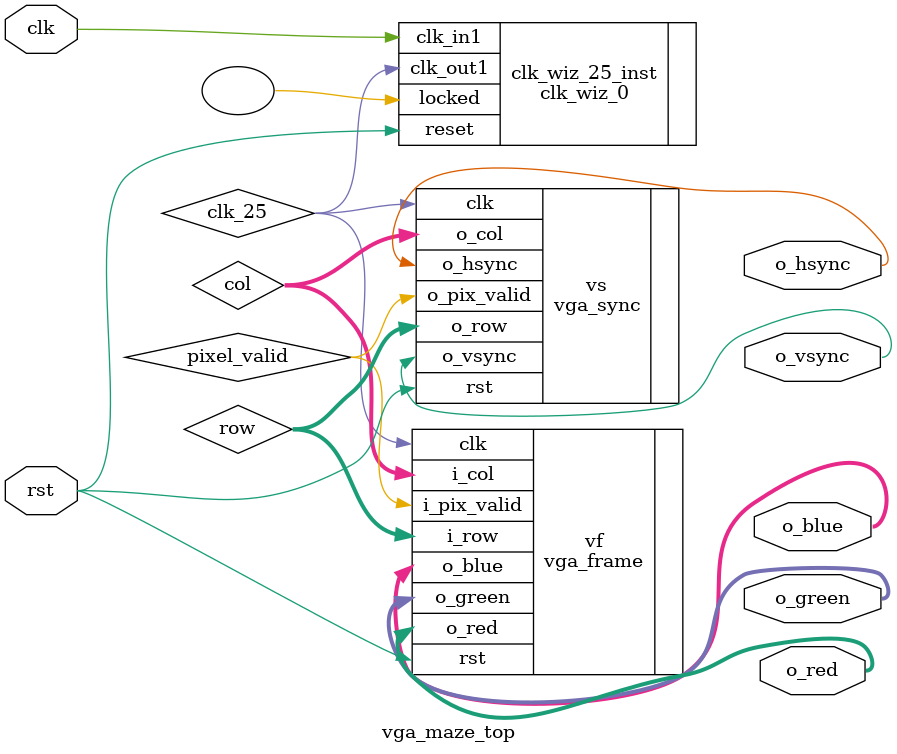
<source format=sv>
/*******************************************************************************
 * CS220: Digital Circuit Lab
 * Computer Science Department
 * University of Crete
 * 
 * Date: 2019/10/01
 * Author: CS220 Instructors
 * Filename: vga_maze_top.sv
 * Description: The top module that instantiates vga_sync and vga_frame 
 *
 ******************************************************************************/

`timescale 1ns/1ps

module vga_maze_top(
  input logic clk,
  input logic rst,

  output logic o_hsync,
  output logic o_vsync,
  output logic [3:0] o_red,
  output logic [3:0] o_green,
  output logic [3:0] o_blue
);


logic pixel_valid;
logic [9:0] col;
logic [9:0] row;
logic clk_25;

clk_wiz_0 clk_wiz_25_inst (
  .clk_out1     (clk_25),
  .reset        (rst),
  .locked       (),
  .clk_in1      (clk)
 );


vga_sync vs (
  .clk(clk_25),
  .rst(rst),
  .o_pix_valid(pixel_valid),
  .o_col(col),
  .o_row(row),
  .o_hsync(o_hsync),
  .o_vsync(o_vsync)
);

vga_frame vf (
  .clk(clk_25),
  .rst(rst),
  .i_pix_valid(pixel_valid),
  .i_col(col),
  .i_row(row),
  .o_red(o_red),
  .o_green(o_green),
  .o_blue(o_blue)
);

endmodule

</source>
